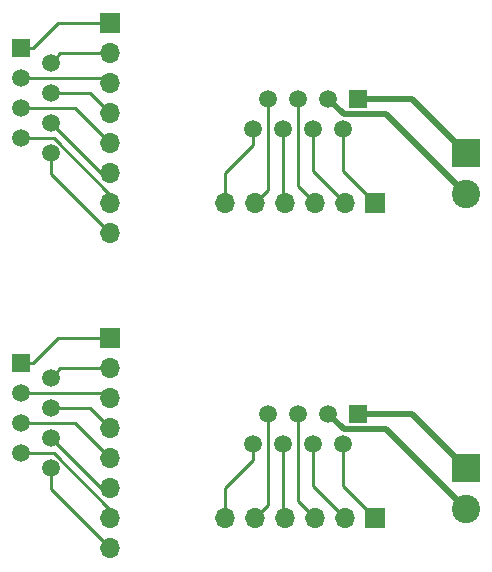
<source format=gbr>
%TF.GenerationSoftware,KiCad,Pcbnew,7.0.9*%
%TF.CreationDate,2024-06-07T23:50:55-04:00*%
%TF.ProjectId,8P breakout header,38502062-7265-4616-9b6f-757420686561,rev?*%
%TF.SameCoordinates,Original*%
%TF.FileFunction,Copper,L1,Top*%
%TF.FilePolarity,Positive*%
%FSLAX46Y46*%
G04 Gerber Fmt 4.6, Leading zero omitted, Abs format (unit mm)*
G04 Created by KiCad (PCBNEW 7.0.9) date 2024-06-07 23:50:55*
%MOMM*%
%LPD*%
G01*
G04 APERTURE LIST*
%TA.AperFunction,ComponentPad*%
%ADD10R,1.700000X1.700000*%
%TD*%
%TA.AperFunction,ComponentPad*%
%ADD11O,1.700000X1.700000*%
%TD*%
%TA.AperFunction,ComponentPad*%
%ADD12R,1.500000X1.500000*%
%TD*%
%TA.AperFunction,ComponentPad*%
%ADD13C,1.500000*%
%TD*%
%TA.AperFunction,ComponentPad*%
%ADD14R,2.400000X2.400000*%
%TD*%
%TA.AperFunction,ComponentPad*%
%ADD15C,2.400000*%
%TD*%
%TA.AperFunction,Conductor*%
%ADD16C,0.250000*%
%TD*%
%TA.AperFunction,Conductor*%
%ADD17C,0.500000*%
%TD*%
G04 APERTURE END LIST*
D10*
%TO.P,J6,1,Pin_1*%
%TO.N,Net-(J6-Pin_1)*%
X195742500Y-93980000D03*
D11*
%TO.P,J6,2,Pin_2*%
%TO.N,Net-(J6-Pin_2)*%
X193202500Y-93980000D03*
%TO.P,J6,3,Pin_3*%
%TO.N,Net-(J6-Pin_3)*%
X190662500Y-93980000D03*
%TO.P,J6,4,Pin_4*%
%TO.N,Net-(J6-Pin_4)*%
X188122500Y-93980000D03*
%TO.P,J6,5,Pin_5*%
%TO.N,Net-(J6-Pin_5)*%
X185582500Y-93980000D03*
%TO.P,J6,6,Pin_6*%
%TO.N,Net-(J6-Pin_6)*%
X183042500Y-93980000D03*
%TD*%
D10*
%TO.P,J4,1,Pin_1*%
%TO.N,Net-(J4-Pin_1)*%
X173355000Y-78740000D03*
D11*
%TO.P,J4,2,Pin_2*%
%TO.N,Net-(J4-Pin_2)*%
X173355000Y-81280000D03*
%TO.P,J4,3,Pin_3*%
%TO.N,Net-(J4-Pin_3)*%
X173355000Y-83820000D03*
%TO.P,J4,4,Pin_4*%
%TO.N,Net-(J4-Pin_4)*%
X173355000Y-86360000D03*
%TO.P,J4,5,Pin_5*%
%TO.N,Net-(J4-Pin_5)*%
X173355000Y-88900000D03*
%TO.P,J4,6,Pin_6*%
%TO.N,Net-(J4-Pin_6)*%
X173355000Y-91440000D03*
%TO.P,J4,7,Pin_7*%
%TO.N,Net-(J4-Pin_7)*%
X173355000Y-93980000D03*
%TO.P,J4,8,Pin_8*%
%TO.N,Net-(J4-Pin_8)*%
X173355000Y-96520000D03*
%TD*%
D12*
%TO.P,J3,1*%
%TO.N,Net-(J7-Pin_1)*%
X194310000Y-85110000D03*
D13*
%TO.P,J3,2*%
%TO.N,Net-(J6-Pin_1)*%
X193040000Y-87650000D03*
%TO.P,J3,3*%
%TO.N,Net-(J7-Pin_2)*%
X191770000Y-85110000D03*
%TO.P,J3,4*%
%TO.N,Net-(J6-Pin_2)*%
X190500000Y-87650000D03*
%TO.P,J3,5*%
%TO.N,Net-(J6-Pin_3)*%
X189230000Y-85110000D03*
%TO.P,J3,6*%
%TO.N,Net-(J6-Pin_4)*%
X187960000Y-87650000D03*
%TO.P,J3,7*%
%TO.N,Net-(J6-Pin_5)*%
X186690000Y-85110000D03*
%TO.P,J3,8*%
%TO.N,Net-(J6-Pin_6)*%
X185420000Y-87650000D03*
%TD*%
D12*
%TO.P,J1,1*%
%TO.N,Net-(J4-Pin_1)*%
X165755000Y-80807500D03*
D13*
%TO.P,J1,2*%
%TO.N,Net-(J4-Pin_2)*%
X168295000Y-82077500D03*
%TO.P,J1,3*%
%TO.N,Net-(J4-Pin_3)*%
X165755000Y-83347500D03*
%TO.P,J1,4*%
%TO.N,Net-(J4-Pin_4)*%
X168295000Y-84617500D03*
%TO.P,J1,5*%
%TO.N,Net-(J4-Pin_5)*%
X165755000Y-85887500D03*
%TO.P,J1,6*%
%TO.N,Net-(J4-Pin_6)*%
X168295000Y-87157500D03*
%TO.P,J1,7*%
%TO.N,Net-(J4-Pin_7)*%
X165755000Y-88427500D03*
%TO.P,J1,8*%
%TO.N,Net-(J4-Pin_8)*%
X168295000Y-89697500D03*
%TD*%
D14*
%TO.P,J7,1,Pin_1*%
%TO.N,Net-(J7-Pin_1)*%
X203462500Y-89690000D03*
D15*
%TO.P,J7,2,Pin_2*%
%TO.N,Net-(J7-Pin_2)*%
X203462500Y-93190000D03*
%TD*%
D12*
%TO.P,J1,1*%
%TO.N,Net-(J4-Pin_1)*%
X165755000Y-54137500D03*
D13*
%TO.P,J1,2*%
%TO.N,Net-(J4-Pin_2)*%
X168295000Y-55407500D03*
%TO.P,J1,3*%
%TO.N,Net-(J4-Pin_3)*%
X165755000Y-56677500D03*
%TO.P,J1,4*%
%TO.N,Net-(J4-Pin_4)*%
X168295000Y-57947500D03*
%TO.P,J1,5*%
%TO.N,Net-(J4-Pin_5)*%
X165755000Y-59217500D03*
%TO.P,J1,6*%
%TO.N,Net-(J4-Pin_6)*%
X168295000Y-60487500D03*
%TO.P,J1,7*%
%TO.N,Net-(J4-Pin_7)*%
X165755000Y-61757500D03*
%TO.P,J1,8*%
%TO.N,Net-(J4-Pin_8)*%
X168295000Y-63027500D03*
%TD*%
D14*
%TO.P,J7,1,Pin_1*%
%TO.N,Net-(J7-Pin_1)*%
X203462500Y-63020000D03*
D15*
%TO.P,J7,2,Pin_2*%
%TO.N,Net-(J7-Pin_2)*%
X203462500Y-66520000D03*
%TD*%
D10*
%TO.P,J6,1,Pin_1*%
%TO.N,Net-(J6-Pin_1)*%
X195742500Y-67310000D03*
D11*
%TO.P,J6,2,Pin_2*%
%TO.N,Net-(J6-Pin_2)*%
X193202500Y-67310000D03*
%TO.P,J6,3,Pin_3*%
%TO.N,Net-(J6-Pin_3)*%
X190662500Y-67310000D03*
%TO.P,J6,4,Pin_4*%
%TO.N,Net-(J6-Pin_4)*%
X188122500Y-67310000D03*
%TO.P,J6,5,Pin_5*%
%TO.N,Net-(J6-Pin_5)*%
X185582500Y-67310000D03*
%TO.P,J6,6,Pin_6*%
%TO.N,Net-(J6-Pin_6)*%
X183042500Y-67310000D03*
%TD*%
D10*
%TO.P,J4,1,Pin_1*%
%TO.N,Net-(J4-Pin_1)*%
X173355000Y-52070000D03*
D11*
%TO.P,J4,2,Pin_2*%
%TO.N,Net-(J4-Pin_2)*%
X173355000Y-54610000D03*
%TO.P,J4,3,Pin_3*%
%TO.N,Net-(J4-Pin_3)*%
X173355000Y-57150000D03*
%TO.P,J4,4,Pin_4*%
%TO.N,Net-(J4-Pin_4)*%
X173355000Y-59690000D03*
%TO.P,J4,5,Pin_5*%
%TO.N,Net-(J4-Pin_5)*%
X173355000Y-62230000D03*
%TO.P,J4,6,Pin_6*%
%TO.N,Net-(J4-Pin_6)*%
X173355000Y-64770000D03*
%TO.P,J4,7,Pin_7*%
%TO.N,Net-(J4-Pin_7)*%
X173355000Y-67310000D03*
%TO.P,J4,8,Pin_8*%
%TO.N,Net-(J4-Pin_8)*%
X173355000Y-69850000D03*
%TD*%
D12*
%TO.P,J3,1*%
%TO.N,Net-(J7-Pin_1)*%
X194310000Y-58440000D03*
D13*
%TO.P,J3,2*%
%TO.N,Net-(J6-Pin_1)*%
X193040000Y-60980000D03*
%TO.P,J3,3*%
%TO.N,Net-(J7-Pin_2)*%
X191770000Y-58440000D03*
%TO.P,J3,4*%
%TO.N,Net-(J6-Pin_2)*%
X190500000Y-60980000D03*
%TO.P,J3,5*%
%TO.N,Net-(J6-Pin_3)*%
X189230000Y-58440000D03*
%TO.P,J3,6*%
%TO.N,Net-(J6-Pin_4)*%
X187960000Y-60980000D03*
%TO.P,J3,7*%
%TO.N,Net-(J6-Pin_5)*%
X186690000Y-58440000D03*
%TO.P,J3,8*%
%TO.N,Net-(J6-Pin_6)*%
X185420000Y-60980000D03*
%TD*%
D16*
%TO.N,Net-(J4-Pin_1)*%
X166842500Y-80807500D02*
X168910000Y-78740000D01*
X168910000Y-78740000D02*
X173355000Y-78740000D01*
%TO.N,Net-(J4-Pin_2)*%
X169092500Y-81280000D02*
X173355000Y-81280000D01*
%TO.N,Net-(J4-Pin_4)*%
X171612500Y-84617500D02*
X173355000Y-86360000D01*
%TO.N,Net-(J4-Pin_2)*%
X168295000Y-82077500D02*
X169092500Y-81280000D01*
%TO.N,Net-(J4-Pin_4)*%
X168295000Y-84617500D02*
X171612500Y-84617500D01*
%TO.N,Net-(J4-Pin_1)*%
X165755000Y-80807500D02*
X166842500Y-80807500D01*
%TO.N,Net-(J4-Pin_3)*%
X172882500Y-83347500D02*
X173355000Y-83820000D01*
X165755000Y-83347500D02*
X172882500Y-83347500D01*
D17*
%TO.N,Net-(J7-Pin_2)*%
X193110000Y-86450000D02*
X196722500Y-86450000D01*
X196722500Y-86450000D02*
X203462500Y-93190000D01*
X191770000Y-85110000D02*
X193110000Y-86450000D01*
D16*
%TO.N,Net-(J4-Pin_7)*%
X173355000Y-93237220D02*
X173355000Y-93980000D01*
%TO.N,Net-(J6-Pin_6)*%
X185420000Y-89062500D02*
X183042500Y-91440000D01*
X183042500Y-91440000D02*
X183042500Y-93980000D01*
%TO.N,Net-(J4-Pin_7)*%
X168545280Y-88427500D02*
X173355000Y-93237220D01*
X165755000Y-88427500D02*
X168545280Y-88427500D01*
%TO.N,Net-(J6-Pin_6)*%
X185420000Y-87650000D02*
X185420000Y-89062500D01*
%TO.N,Net-(J4-Pin_5)*%
X165755000Y-85887500D02*
X170342500Y-85887500D01*
X170342500Y-85887500D02*
X173355000Y-88900000D01*
%TO.N,Net-(J4-Pin_8)*%
X168295000Y-91460000D02*
X173355000Y-96520000D01*
X168295000Y-89697500D02*
X168295000Y-91460000D01*
D17*
%TO.N,Net-(J7-Pin_1)*%
X198882500Y-85110000D02*
X203462500Y-89690000D01*
X194310000Y-85110000D02*
X198882500Y-85110000D01*
D16*
%TO.N,Net-(J4-Pin_6)*%
X168295000Y-87157500D02*
X172577500Y-91440000D01*
X172577500Y-91440000D02*
X173355000Y-91440000D01*
%TO.N,Net-(J6-Pin_4)*%
X187960000Y-87650000D02*
X187960000Y-93817500D01*
X187960000Y-93817500D02*
X188122500Y-93980000D01*
%TO.N,Net-(J6-Pin_5)*%
X186690000Y-85110000D02*
X186690000Y-92872500D01*
X186690000Y-92872500D02*
X185582500Y-93980000D01*
%TO.N,Net-(J6-Pin_3)*%
X189230000Y-92547500D02*
X190662500Y-93980000D01*
X189230000Y-85110000D02*
X189230000Y-92547500D01*
%TO.N,Net-(J6-Pin_2)*%
X190500000Y-87650000D02*
X190500000Y-91277500D01*
X190500000Y-91277500D02*
X193202500Y-93980000D01*
%TO.N,Net-(J6-Pin_1)*%
X193040000Y-91277500D02*
X195742500Y-93980000D01*
X193040000Y-87650000D02*
X193040000Y-91277500D01*
D17*
%TO.N,Net-(J7-Pin_2)*%
X193110000Y-59780000D02*
X196722500Y-59780000D01*
X196722500Y-59780000D02*
X203462500Y-66520000D01*
X191770000Y-58440000D02*
X193110000Y-59780000D01*
%TO.N,Net-(J7-Pin_1)*%
X198882500Y-58440000D02*
X203462500Y-63020000D01*
X194310000Y-58440000D02*
X198882500Y-58440000D01*
D16*
%TO.N,Net-(J6-Pin_1)*%
X193040000Y-60980000D02*
X193040000Y-64607500D01*
X193040000Y-64607500D02*
X195742500Y-67310000D01*
%TO.N,Net-(J6-Pin_2)*%
X190500000Y-64607500D02*
X193202500Y-67310000D01*
X190500000Y-60980000D02*
X190500000Y-64607500D01*
%TO.N,Net-(J6-Pin_3)*%
X189230000Y-65877500D02*
X190662500Y-67310000D01*
X189230000Y-58440000D02*
X189230000Y-65877500D01*
%TO.N,Net-(J6-Pin_4)*%
X187960000Y-60980000D02*
X187960000Y-67147500D01*
X187960000Y-67147500D02*
X188122500Y-67310000D01*
%TO.N,Net-(J6-Pin_5)*%
X186690000Y-66202500D02*
X185582500Y-67310000D01*
X186690000Y-58440000D02*
X186690000Y-66202500D01*
%TO.N,Net-(J6-Pin_6)*%
X183042500Y-64770000D02*
X183042500Y-67310000D01*
X185420000Y-62392500D02*
X183042500Y-64770000D01*
X185420000Y-60980000D02*
X185420000Y-62392500D01*
%TO.N,Net-(J4-Pin_6)*%
X172577500Y-64770000D02*
X173355000Y-64770000D01*
X168295000Y-60487500D02*
X172577500Y-64770000D01*
%TO.N,Net-(J4-Pin_5)*%
X165755000Y-59217500D02*
X170342500Y-59217500D01*
X170342500Y-59217500D02*
X173355000Y-62230000D01*
%TO.N,Net-(J4-Pin_7)*%
X168545280Y-61757500D02*
X173355000Y-66567220D01*
X165755000Y-61757500D02*
X168545280Y-61757500D01*
X173355000Y-66567220D02*
X173355000Y-67310000D01*
%TO.N,Net-(J4-Pin_8)*%
X168295000Y-64790000D02*
X173355000Y-69850000D01*
X168295000Y-63027500D02*
X168295000Y-64790000D01*
%TO.N,Net-(J4-Pin_4)*%
X171612500Y-57947500D02*
X173355000Y-59690000D01*
X168295000Y-57947500D02*
X171612500Y-57947500D01*
%TO.N,Net-(J4-Pin_3)*%
X172882500Y-56677500D02*
X173355000Y-57150000D01*
X165755000Y-56677500D02*
X172882500Y-56677500D01*
%TO.N,Net-(J4-Pin_2)*%
X169092500Y-54610000D02*
X173355000Y-54610000D01*
X168295000Y-55407500D02*
X169092500Y-54610000D01*
%TO.N,Net-(J4-Pin_1)*%
X168910000Y-52070000D02*
X173355000Y-52070000D01*
X166842500Y-54137500D02*
X168910000Y-52070000D01*
X165755000Y-54137500D02*
X166842500Y-54137500D01*
%TD*%
M02*

</source>
